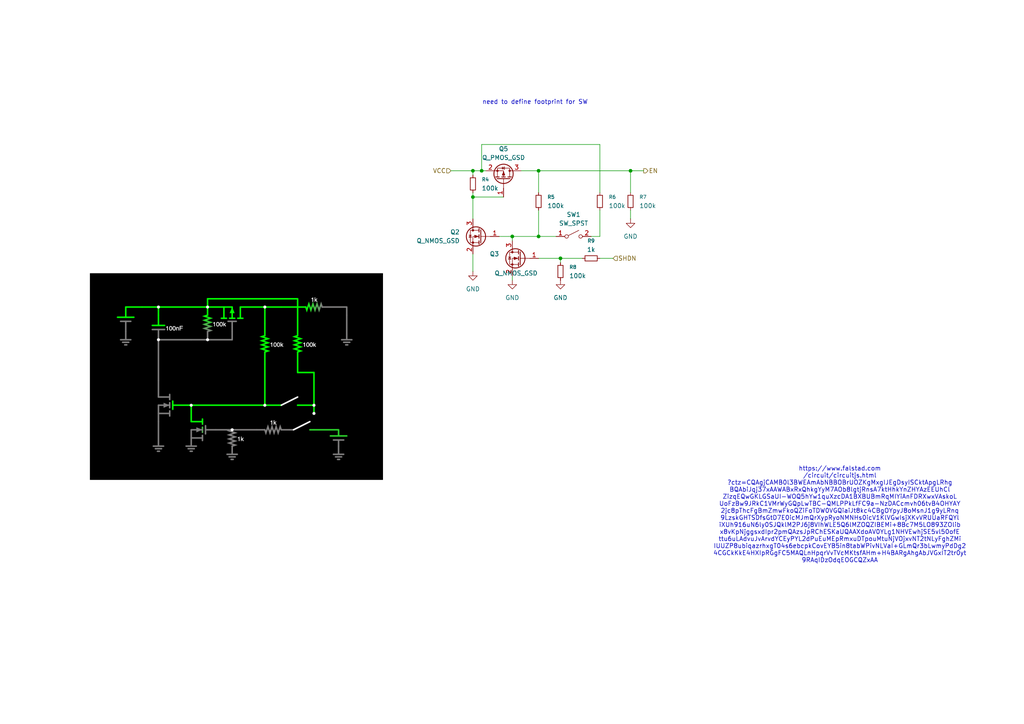
<source format=kicad_sch>
(kicad_sch (version 20250114) (generator "eeschema") (generator_version "9.0")
  (paper "A4")
  (lib_symbols
    (symbol "Device:R_Small" (pin_numbers (hide yes)) (pin_names (offset 0.254) (hide yes))
      (property "Reference" "R" (at 0 0 90))
      (property "Value" "R_Small" (at 1.778 0 90))
      (symbol "R_Small_0_1"
        (rectangle (start -0.762 1.778) (end 0.762 -1.778) (stroke (width 0.2032)))
      )
      (symbol "R_Small_1_1"
        (pin passive line (at 0 2.54 270) (length 0.762) (name "~") (number "1"))
        (pin passive line (at 0 -2.54 90) (length 0.762) (name "~") (number "2"))
      )
    )
    (symbol "Switch:SW_SPST" (pin_names (offset 0) (hide yes))
      (property "Reference" "SW" (at 0 3.175 0))
      (property "Value" "SW_SPST" (at 0 -2.54 0))
      (symbol "SW_SPST_0_0"
        (circle (center -2.032 0) (radius 0.508))
        (polyline (pts (xy -1.524 0.254) (xy 1.524 1.778)))
        (circle (center 2.032 0) (radius 0.508))
      )
      (symbol "SW_SPST_1_1"
        (pin passive line (at -5.08 0 0) (length 2.54) (name "A") (number "1"))
        (pin passive line (at 5.08 0 180) (length 2.54) (name "B") (number "2"))
      )
    )
    (symbol "Transistor_FET:Q_NMOS_GSD" (pin_names (offset 0) (hide yes))
      (property "Reference" "Q" (at 5.08 1.905 0))
      (property "Value" "Q_NMOS_GSD" (at 5.08 0 0))
      (symbol "Q_NMOS_GSD_0_1"
        (polyline (pts (xy 0.254 1.905) (xy 0.254 -1.905)) (stroke (width 0.254)))
        (polyline (pts (xy 0.254 0) (xy -2.54 0)))
        (polyline (pts (xy 0.762 2.286) (xy 0.762 1.27)) (stroke (width 0.254)))
        (polyline (pts (xy 0.762 0.508) (xy 0.762 -0.508)) (stroke (width 0.254)))
        (polyline (pts (xy 0.762 -1.27) (xy 0.762 -2.286)) (stroke (width 0.254)))
        (polyline (pts (xy 0.762 -1.778) (xy 3.302 -1.778) (xy 3.302 1.778) (xy 0.762 1.778)))
        (polyline (pts (xy 1.016 0) (xy 2.032 0.381) (xy 2.032 -0.381) (xy 1.016 0)) (fill (type outline)))
        (circle (center 1.651 0) (radius 2.794) (stroke (width 0.254)))
        (polyline (pts (xy 2.54 2.54) (xy 2.54 1.778)))
        (circle (center 2.54 1.778) (radius 0.254) (fill (type outline)))
        (circle (center 2.54 -1.778) (radius 0.254) (fill (type outline)))
        (polyline (pts (xy 2.54 -2.54) (xy 2.54 0) (xy 0.762 0)))
        (polyline (pts (xy 2.921 0.381) (xy 3.683 0.381)))
        (polyline (pts (xy 3.302 0.381) (xy 2.921 -0.254) (xy 3.683 -0.254) (xy 3.302 0.381)))
      )
      (symbol "Q_NMOS_GSD_1_1"
        (pin input line (at -5.08 0 0) (length 2.54) (name "G") (number "1"))
        (pin passive line (at 2.54 5.08 270) (length 2.54) (name "D") (number "3"))
        (pin passive line (at 2.54 -5.08 90) (length 2.54) (name "S") (number "2"))
      )
    )
    (symbol "Transistor_FET:Q_PMOS_GSD" (pin_names (offset 0) (hide yes))
      (property "Reference" "Q" (at 5.08 1.905 0))
      (property "Value" "Q_PMOS_GSD" (at 5.08 0 0))
      (symbol "Q_PMOS_GSD_0_1"
        (polyline (pts (xy 0.254 1.905) (xy 0.254 -1.905)) (stroke (width 0.254)))
        (polyline (pts (xy 0.254 0) (xy -2.54 0)))
        (polyline (pts (xy 0.762 2.286) (xy 0.762 1.27)) (stroke (width 0.254)))
        (polyline (pts (xy 0.762 1.778) (xy 3.302 1.778) (xy 3.302 -1.778) (xy 0.762 -1.778)))
        (polyline (pts (xy 0.762 0.508) (xy 0.762 -0.508)) (stroke (width 0.254)))
        (polyline (pts (xy 0.762 -1.27) (xy 0.762 -2.286)) (stroke (width 0.254)))
        (circle (center 1.651 0) (radius 2.794) (stroke (width 0.254)))
        (polyline (pts (xy 2.286 0) (xy 1.27 0.381) (xy 1.27 -0.381) (xy 2.286 0)) (fill (type outline)))
        (polyline (pts (xy 2.54 2.54) (xy 2.54 1.778)))
        (circle (center 2.54 1.778) (radius 0.254) (fill (type outline)))
        (circle (center 2.54 -1.778) (radius 0.254) (fill (type outline)))
        (polyline (pts (xy 2.54 -2.54) (xy 2.54 0) (xy 0.762 0)))
        (polyline (pts (xy 2.921 -0.381) (xy 3.683 -0.381)))
        (polyline (pts (xy 3.302 -0.381) (xy 2.921 0.254) (xy 3.683 0.254) (xy 3.302 -0.381)))
      )
      (symbol "Q_PMOS_GSD_1_1"
        (pin input line (at -5.08 0 0) (length 2.54) (name "G") (number "1"))
        (pin passive line (at 2.54 5.08 270) (length 2.54) (name "D") (number "3"))
        (pin passive line (at 2.54 -5.08 90) (length 2.54) (name "S") (number "2"))
      )
    )
    (symbol "power:GND" (power) (pin_numbers (hide yes)) (pin_names (offset 0) (hide yes))
      (property "Value" "GND" (at 0 -3.81 0))
      (symbol "GND_0_1"
        (polyline (pts (xy 0 0) (xy 0 -1.27) (xy 1.27 -1.27) (xy 0 -2.54) (xy -1.27 -1.27) (xy 0 -1.27)))
      )
      (symbol "GND_1_1"
        (pin power_in line (at 0 0 270) (length 0) (name "~") (number "1"))
      )
    )
  )
  (text "need to define footprint for SW" (at 155.194 29.718 0) (effects (font (size 1.27 1.27))))
  (text "https://www.falstad.com\n/circuit/circuitjs.html\n?ctz=CQAgjCAMB0l3BWEAmAbNBBOBrUOZKgMxgIJEgDsyISCktApgLRhg\nBQAbiJqj37xAAWABxRxQhkgYyM7AOb8lgtjRnsA7ktHhkYnZHYAzEEUhCl\nZizqEQwGKLGSaUI-WOQ5hYw1quXzcDA1BXBUBmRqMIYiAnFDRXwxVAskoL\nUoFzBw9JRkC1VMrWyGQpLwTBC-QMLPPkLfFC9a-NzDACcmvh06tvB4OHYAY\n2jc8pThcFgBmZmwFkoQZiFoTDW0VGQiaiJt8kc4CBgOYpyJ8oMsnJ1g9yLRnq\n9LzskGHTSDfsGtD7E0icMJmQrXypRyoNMNHs0icV1KlVGwIsjXKvVRUUaRFQYl\niXUh916uN6ly0SJQklM2PJ6j8VIhWLE5Q6lMZOQZIBEMi+8Bc7M5LO893ZOlib\nx8vKpNjggsxdIpr2pmQAzsJpRChESKaUQAAXdoAV0YLg1NHVEwhjSE5vl50ofE\nttu6uLAdvuJvArvdYCEyPYL2dPuEuMEpRmxuDTpouMtuNjVOjxvNT2tNLyFghZMi\nIUUZP8ubiqazrhxgT04s6ebcpkCovEYB5in8tabWPivNLVaI+GLmQr3bLwmyPdDg2\n4CGCkKkE4HXIpRGgFC5MAQLnHpqrVvTVcMKtsfAHm+H4BARgAhgAbJVGxIT2tr0yt\n9RAqIDzOdqEOGCQZxAA" (at 243.586 149.352 0) (effects (font (size 1.27 1.27))))
  (junction (at 137.16 57.15))
  (junction (at 139.7 49.53))
  (junction (at 156.21 49.53))
  (junction (at 182.88 49.53))
  (junction (at 162.56 74.93))
  (junction (at 148.59 68.58))
  (junction (at 156.21 68.58))
  (junction (at 137.16 49.53))
  (wire (pts (xy 156.21 49.53) (xy 151.13 49.53)))
  (wire (pts (xy 156.21 68.58) (xy 161.29 68.58)))
  (wire (pts (xy 182.88 49.53) (xy 186.69 49.53)))
  (wire (pts (xy 139.7 49.53) (xy 140.97 49.53)))
  (wire (pts (xy 173.99 55.88) (xy 173.99 41.91)))
  (wire (pts (xy 182.88 55.88) (xy 182.88 49.53)))
  (wire (pts (xy 144.78 68.58) (xy 148.59 68.58)))
  (wire (pts (xy 148.59 81.28) (xy 148.59 80.01)))
  (wire (pts (xy 173.99 41.91) (xy 139.7 41.91)))
  (wire (pts (xy 173.99 60.96) (xy 173.99 68.58)))
  (wire (pts (xy 156.21 55.88) (xy 156.21 49.53)))
  (wire (pts (xy 130.81 49.53) (xy 137.16 49.53)))
  (wire (pts (xy 139.7 41.91) (xy 139.7 49.53)))
  (wire (pts (xy 137.16 49.53) (xy 139.7 49.53)))
  (wire (pts (xy 177.8 74.93) (xy 173.99 74.93)))
  (wire (pts (xy 137.16 57.15) (xy 146.05 57.15)))
  (wire (pts (xy 137.16 78.74) (xy 137.16 73.66)))
  (wire (pts (xy 137.16 50.8) (xy 137.16 49.53)))
  (wire (pts (xy 173.99 68.58) (xy 171.45 68.58)))
  (wire (pts (xy 156.21 74.93) (xy 162.56 74.93)))
  (wire (pts (xy 182.88 63.5) (xy 182.88 60.96)))
  (wire (pts (xy 148.59 68.58) (xy 156.21 68.58)))
  (wire (pts (xy 137.16 57.15) (xy 137.16 63.5)))
  (wire (pts (xy 162.56 74.93) (xy 162.56 76.2)))
  (wire (pts (xy 148.59 69.85) (xy 148.59 68.58)))
  (wire (pts (xy 162.56 74.93) (xy 168.91 74.93)))
  (wire (pts (xy 137.16 55.88) (xy 137.16 57.15)))
  (wire (pts (xy 156.21 60.96) (xy 156.21 68.58)))
  (wire (pts (xy 156.21 49.53) (xy 182.88 49.53)))
  (image (at 68.58 109.22))
  (hierarchical_label "SHDN" (shape input) (at 177.8 74.93 0))
  (hierarchical_label "VCC" (shape input) (at 130.81 49.53 180))
  (hierarchical_label "EN" (shape output) (at 186.69 49.53 0))
  (symbol (lib_id "power:GND") (at 162.56 81.28 0) (unit 1)
    (property "Reference" "#PWR012" (effects (hide yes)))
    (property "Value" "GND" (at 162.56 86.36 0))
    (property "Description" "Power symbol creates a global label with name \"GND\" , ground" (effects (hide yes)))
  )
  (symbol (lib_id "Device:R_Small") (at 171.45 74.93 90) (unit 1)
    (property "Reference" "R9" (at 171.45 69.85 90) (effects (font (size 1.016 1.016))))
    (property "Value" "1k" (at 171.45 72.39 90))
    (property "Footprint" "Resistor_SMD:R_0603_1608Metric" (effects (hide yes)))
    (property "Description" "Resistor, small symbol" (effects (hide yes)))
  )
  (symbol (lib_id "Device:R_Small") (at 182.88 58.42 0) (unit 1)
    (property "Reference" "R7" (at 185.42 57.1499 0) (effects (font (size 1.016 1.016)) (justify left)))
    (property "Value" "100k" (at 185.42 59.6899 0) (effects (justify left)))
    (property "Footprint" "Resistor_SMD:R_0603_1608Metric" (effects (hide yes)))
    (property "Description" "Resistor, small symbol" (effects (hide yes)))
  )
  (symbol (lib_id "Transistor_FET:Q_NMOS_GSD") (at 139.7 68.58 0) (mirror y) (unit 1)
    (property "Reference" "Q2" (at 133.35 67.3099 0) (effects (justify left)))
    (property "Value" "Q_NMOS_GSD" (at 133.35 69.8499 0) (effects (justify left)))
    (property "Footprint" "Package_TO_SOT_SMD:SOT-23" (effects (hide yes)))
    (property "Datasheet" "kicad-embed://IRLML6344.pdf" (effects (hide yes)))
    (property "Description" "N-MOSFET transistor, gate/source/drain" (effects (hide yes)))
  )
  (symbol (lib_id "Device:R_Small") (at 162.56 78.74 0) (unit 1)
    (property "Reference" "R8" (at 165.1 77.4699 0) (effects (font (size 1.016 1.016)) (justify left)))
    (property "Value" "100k" (at 165.1 80.0099 0) (effects (justify left)))
    (property "Footprint" "Resistor_SMD:R_0603_1608Metric" (effects (hide yes)))
    (property "Description" "Resistor, small symbol" (effects (hide yes)))
  )
  (symbol (lib_id "Device:R_Small") (at 137.16 53.34 0) (unit 1)
    (property "Reference" "R4" (at 139.7 52.0699 0) (effects (font (size 1.016 1.016)) (justify left)))
    (property "Value" "100k" (at 139.7 54.6099 0) (effects (justify left)))
    (property "Footprint" "Resistor_SMD:R_0603_1608Metric" (effects (hide yes)))
    (property "Description" "Resistor, small symbol" (effects (hide yes)))
  )
  (symbol (lib_id "Transistor_FET:Q_NMOS_GSD") (at 151.13 74.93 0) (mirror y) (unit 1)
    (property "Reference" "Q3" (at 144.78 73.6599 0) (effects (justify left)))
    (property "Value" "Q_NMOS_GSD" (at 155.956 79.248 0) (effects (justify left)))
    (property "Footprint" "Package_TO_SOT_SMD:SOT-23" (effects (hide yes)))
    (property "Datasheet" "kicad-embed://IRLML6344.pdf" (effects (hide yes)))
    (property "Description" "N-MOSFET transistor, gate/source/drain" (effects (hide yes)))
  )
  (symbol (lib_id "power:GND") (at 148.59 81.28 0) (unit 1)
    (property "Reference" "#PWR011" (effects (hide yes)))
    (property "Value" "GND" (at 148.59 86.36 0))
    (property "Description" "Power symbol creates a global label with name \"GND\" , ground" (effects (hide yes)))
  )
  (symbol (lib_id "Device:R_Small") (at 156.21 58.42 0) (unit 1)
    (property "Reference" "R5" (at 158.75 57.1499 0) (effects (font (size 1.016 1.016)) (justify left)))
    (property "Value" "100k" (at 158.75 59.6899 0) (effects (justify left)))
    (property "Footprint" "Resistor_SMD:R_0603_1608Metric" (effects (hide yes)))
    (property "Description" "Resistor, small symbol" (effects (hide yes)))
  )
  (symbol (lib_id "Switch:SW_SPST") (at 166.37 68.58 0) (unit 1)
    (property "Reference" "SW1" (at 166.37 62.23 0))
    (property "Value" "SW_SPST" (at 166.37 64.77 0))
    (property "Description" "Single Pole Single Throw (SPST) switch" (effects (hide yes)))
  )
  (symbol (lib_id "Device:R_Small") (at 173.99 58.42 0) (unit 1)
    (property "Reference" "R6" (at 176.53 57.1499 0) (effects (font (size 1.016 1.016)) (justify left)))
    (property "Value" "100k" (at 176.53 59.6899 0) (effects (justify left)))
    (property "Footprint" "Resistor_SMD:R_0603_1608Metric" (effects (hide yes)))
    (property "Description" "Resistor, small symbol" (effects (hide yes)))
  )
  (symbol (lib_id "Transistor_FET:Q_PMOS_GSD") (at 146.05 52.07 270) (mirror x) (unit 1)
    (property "Reference" "Q5" (at 146.05 43.18 90))
    (property "Value" "Q_PMOS_GSD" (at 146.05 45.72 90))
    (property "Footprint" "Package_TO_SOT_SMD:SOT-23" (effects (hide yes)))
    (property "Datasheet" "kicad-embed://IRLML6402.pdf" (effects (hide yes)))
    (property "Description" "P-MOSFET transistor, gate/source/drain" (effects (hide yes)))
  )
  (symbol (lib_id "power:GND") (at 137.16 78.74 0) (unit 1)
    (property "Reference" "#PWR010" (effects (hide yes)))
    (property "Value" "GND" (at 137.16 83.82 0))
    (property "Description" "Power symbol creates a global label with name \"GND\" , ground" (effects (hide yes)))
  )
  (symbol (lib_id "power:GND") (at 182.88 63.5 0) (unit 1)
    (property "Reference" "#PWR09" (effects (hide yes)))
    (property "Value" "GND" (at 182.88 68.58 0))
    (property "Description" "Power symbol creates a global label with name \"GND\" , ground" (effects (hide yes)))
  )
)
</source>
